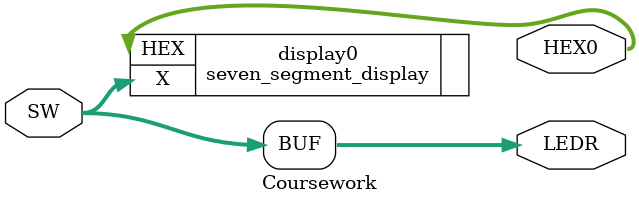
<source format=v>
module Coursework(
    input [3:0] SW,         // 4-bit input from switches
    output [6:0] HEX0,      // 7-segment display output (HEX0)
    output [3:0] LEDR       // LED output to display binary input
);

    // Display the binary input on the LEDs
    assign LEDR = SW;

    // Instantiate the seven_segment_display module for HEX0
    seven_segment_display display0 (
        .X(SW),
        .HEX(HEX0)
    );

endmodule

</source>
